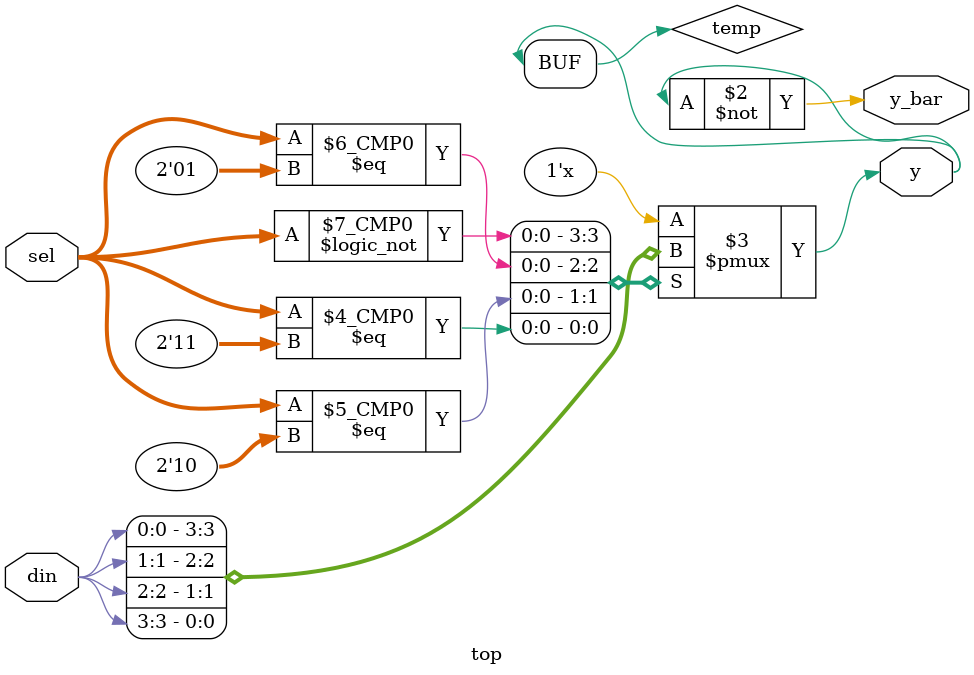
<source format=v>
`timescale 1ns / 1ps


module top(
    input [3:0] din,
    input [1:0] sel,
    output reg y,y_bar
    );
reg temp;

always@(*)
begin
    case (sel)
    2'b00: temp = din[0];
    2'b01: temp = din[1];
    2'b10: temp = din[2];
    2'b11: temp = din[3];
    default : temp = din[0];
    endcase

y <= temp;
y_bar <= ~(temp);
       
end


endmodule

</source>
